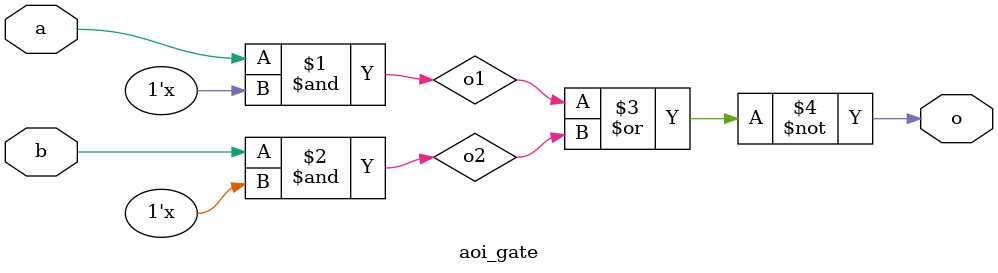
<source format=sv>
module aoi_gate(o, a, b);
input a;
input b;
output o;
wire o1;
wire o2;
and g1 (o1, a[0], a[1]);
and g2 (o2, b[0], b[1]);
nor g3 (o, o1, o2);
endmodule
</source>
